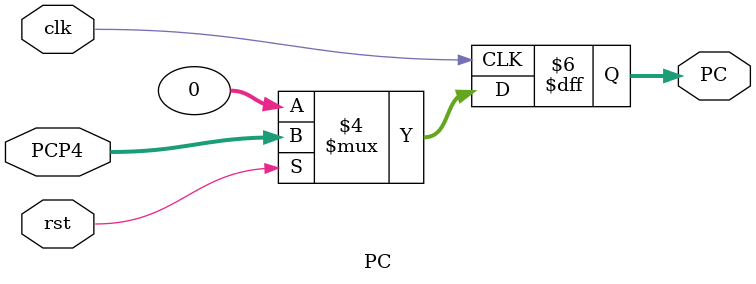
<source format=v>
/*/////////////////////////////////////////////
 File: PC.v
 Author: Manav Shah
 ----------------------------------------------

    ██████╗ ██╗███████╗ ██████╗██╗  ██╗██╗   ██╗
    ██╔══██╗██║██╔════╝██╔════╝██║ ██╔╝╚██╗ ██╔╝
    ██████╔╝██║███████╗██║     █████╔╝  ╚████╔╝ 
    ██╔══██╗██║╚════██║██║     ██╔═██╗   ╚██╔╝  
    ██║  ██║██║███████║╚██████╗██║  ██╗   ██║   
    ╚═╝  ╚═╝╚═╝╚══════╝ ╚═════╝╚═╝  ╚═╝   ╚═╝   
 ----------------------------------------------
                                    
 Copyright (c) 2024 MANAV SHAH
*//////////////////////////////////////////////

module PC(clk,rst,PC,PCP4);

input clk,rst;
input [31:0]PCP4;
output reg [31:0]PC;

always @(posedge clk)begin

    if(rst == 1'b0)begin
        //if reset is active, PC = 0;
        PC <= {32{1'b0}};
    end
    else begin
        PC <= PCP4;
    end

end

endmodule
</source>
